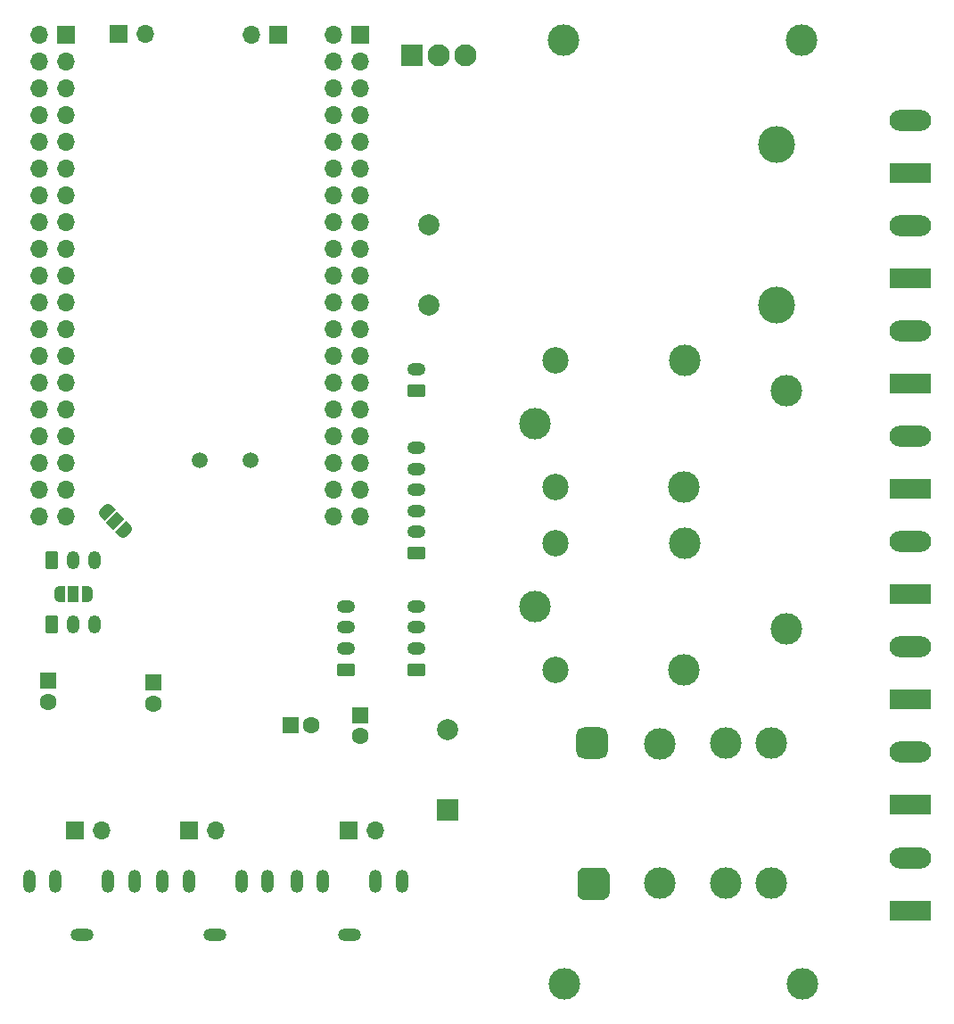
<source format=gbs>
G04 #@! TF.GenerationSoftware,KiCad,Pcbnew,(6.0.7)*
G04 #@! TF.CreationDate,2022-10-09T19:58:45-04:00*
G04 #@! TF.ProjectId,mh-custom-v2,6d682d63-7573-4746-9f6d-2d76322e6b69,rev?*
G04 #@! TF.SameCoordinates,Original*
G04 #@! TF.FileFunction,Soldermask,Bot*
G04 #@! TF.FilePolarity,Negative*
%FSLAX46Y46*%
G04 Gerber Fmt 4.6, Leading zero omitted, Abs format (unit mm)*
G04 Created by KiCad (PCBNEW (6.0.7)) date 2022-10-09 19:58:45*
%MOMM*%
%LPD*%
G01*
G04 APERTURE LIST*
G04 Aperture macros list*
%AMRoundRect*
0 Rectangle with rounded corners*
0 $1 Rounding radius*
0 $2 $3 $4 $5 $6 $7 $8 $9 X,Y pos of 4 corners*
0 Add a 4 corners polygon primitive as box body*
4,1,4,$2,$3,$4,$5,$6,$7,$8,$9,$2,$3,0*
0 Add four circle primitives for the rounded corners*
1,1,$1+$1,$2,$3*
1,1,$1+$1,$4,$5*
1,1,$1+$1,$6,$7*
1,1,$1+$1,$8,$9*
0 Add four rect primitives between the rounded corners*
20,1,$1+$1,$2,$3,$4,$5,0*
20,1,$1+$1,$4,$5,$6,$7,0*
20,1,$1+$1,$6,$7,$8,$9,0*
20,1,$1+$1,$8,$9,$2,$3,0*%
%AMRotRect*
0 Rectangle, with rotation*
0 The origin of the aperture is its center*
0 $1 length*
0 $2 width*
0 $3 Rotation angle, in degrees counterclockwise*
0 Add horizontal line*
21,1,$1,$2,0,0,$3*%
%AMFreePoly0*
4,1,22,0.550000,-0.750000,0.000000,-0.750000,0.000000,-0.745033,-0.079941,-0.743568,-0.215256,-0.701293,-0.333266,-0.622738,-0.424486,-0.514219,-0.481581,-0.384460,-0.499164,-0.250000,-0.500000,-0.250000,-0.500000,0.250000,-0.499164,0.250000,-0.499963,0.256109,-0.478152,0.396186,-0.417904,0.524511,-0.324060,0.630769,-0.204165,0.706417,-0.067858,0.745374,0.000000,0.744959,0.000000,0.750000,
0.550000,0.750000,0.550000,-0.750000,0.550000,-0.750000,$1*%
%AMFreePoly1*
4,1,20,0.000000,0.744959,0.073905,0.744508,0.209726,0.703889,0.328688,0.626782,0.421226,0.519385,0.479903,0.390333,0.500000,0.250000,0.500000,-0.250000,0.499851,-0.262216,0.476331,-0.402017,0.414519,-0.529596,0.319384,-0.634700,0.198574,-0.708877,0.061801,-0.746166,0.000000,-0.745033,0.000000,-0.750000,-0.550000,-0.750000,-0.550000,0.750000,0.000000,0.750000,0.000000,0.744959,
0.000000,0.744959,$1*%
G04 Aperture macros list end*
%ADD10C,0.120000*%
%ADD11R,1.700000X1.700000*%
%ADD12O,1.700000X1.700000*%
%ADD13C,3.000000*%
%ADD14R,3.960000X1.980000*%
%ADD15O,3.960000X1.980000*%
%ADD16O,1.200000X2.200000*%
%ADD17O,2.200000X1.200000*%
%ADD18RoundRect,0.250000X0.625000X-0.350000X0.625000X0.350000X-0.625000X0.350000X-0.625000X-0.350000X0*%
%ADD19O,1.750000X1.200000*%
%ADD20C,2.500000*%
%ADD21R,1.600000X1.600000*%
%ADD22C,1.600000*%
%ADD23RoundRect,0.750000X-0.750000X0.750000X-0.750000X-0.750000X0.750000X-0.750000X0.750000X0.750000X0*%
%ADD24C,1.500000*%
%ADD25C,3.500000*%
%ADD26C,2.000000*%
%ADD27RoundRect,0.250000X-0.350000X-0.625000X0.350000X-0.625000X0.350000X0.625000X-0.350000X0.625000X0*%
%ADD28O,1.200000X1.750000*%
%ADD29R,2.000000X2.000000*%
%ADD30R,2.100000X2.100000*%
%ADD31C,2.100000*%
%ADD32FreePoly0,0.000000*%
%ADD33R,1.000000X1.500000*%
%ADD34FreePoly1,0.000000*%
%ADD35FreePoly0,315.000000*%
%ADD36RotRect,1.000000X1.500000X315.000000*%
%ADD37FreePoly1,315.000000*%
G04 APERTURE END LIST*
G36*
X89050000Y-104230000D02*
G01*
X89200000Y-104305000D01*
X89400000Y-104505000D01*
X89450000Y-104605000D01*
X89500000Y-104730000D01*
X89525000Y-104880000D01*
X89525000Y-106505000D01*
X89500000Y-106630000D01*
X89450000Y-106755000D01*
X89375000Y-106880000D01*
X89225000Y-107030000D01*
X89150000Y-107080000D01*
X88975000Y-107155000D01*
X88775000Y-107180000D01*
X87150000Y-107180000D01*
X86975000Y-107130000D01*
X86750000Y-106980000D01*
X86625000Y-106805000D01*
X86550000Y-106605000D01*
X86550000Y-104705000D01*
X86600000Y-104580000D01*
X86725000Y-104405000D01*
X86875000Y-104280000D01*
X87050000Y-104205000D01*
X87300000Y-104180000D01*
X88850000Y-104180000D01*
X89050000Y-104230000D01*
G37*
D10*
X89050000Y-104230000D02*
X89200000Y-104305000D01*
X89400000Y-104505000D01*
X89450000Y-104605000D01*
X89500000Y-104730000D01*
X89525000Y-104880000D01*
X89525000Y-106505000D01*
X89500000Y-106630000D01*
X89450000Y-106755000D01*
X89375000Y-106880000D01*
X89225000Y-107030000D01*
X89150000Y-107080000D01*
X88975000Y-107155000D01*
X88775000Y-107180000D01*
X87150000Y-107180000D01*
X86975000Y-107130000D01*
X86750000Y-106980000D01*
X86625000Y-106805000D01*
X86550000Y-106605000D01*
X86550000Y-104705000D01*
X86600000Y-104580000D01*
X86725000Y-104405000D01*
X86875000Y-104280000D01*
X87050000Y-104205000D01*
X87300000Y-104180000D01*
X88850000Y-104180000D01*
X89050000Y-104230000D01*
D11*
X58100000Y-25125000D03*
D12*
X55560000Y-25125000D03*
D13*
X107955000Y-115210000D03*
X85355000Y-115210000D03*
D14*
X118175000Y-48235000D03*
D15*
X118175000Y-43235000D03*
D14*
X118175000Y-88235000D03*
D15*
X118175000Y-83235000D03*
D16*
X34480000Y-105517000D03*
X36980000Y-105517000D03*
D17*
X39480000Y-110517000D03*
D16*
X44480000Y-105517000D03*
X41980000Y-105517000D03*
D11*
X38000000Y-25125000D03*
D12*
X35460000Y-25125000D03*
X38000000Y-27665000D03*
X35460000Y-27665000D03*
X38000000Y-30205000D03*
X35460000Y-30205000D03*
X38000000Y-32745000D03*
X35460000Y-32745000D03*
X38000000Y-35285000D03*
X35460000Y-35285000D03*
X38000000Y-37825000D03*
X35460000Y-37825000D03*
X38000000Y-40365000D03*
X35460000Y-40365000D03*
X38000000Y-42905000D03*
X35460000Y-42905000D03*
X38000000Y-45445000D03*
X35460000Y-45445000D03*
X38000000Y-47985000D03*
X35460000Y-47985000D03*
X38000000Y-50525000D03*
X35460000Y-50525000D03*
X38000000Y-53065000D03*
X35460000Y-53065000D03*
X38000000Y-55605000D03*
X35460000Y-55605000D03*
X38000000Y-58145000D03*
X35460000Y-58145000D03*
X38000000Y-60685000D03*
X35460000Y-60685000D03*
X38000000Y-63225000D03*
X35460000Y-63225000D03*
X38000000Y-65765000D03*
X35460000Y-65765000D03*
X38000000Y-68305000D03*
X35460000Y-68305000D03*
X38000000Y-70845000D03*
X35460000Y-70845000D03*
D14*
X118175000Y-58235000D03*
D15*
X118175000Y-53235000D03*
D18*
X71255000Y-58920000D03*
D19*
X71255000Y-56920000D03*
D14*
X118175000Y-98235000D03*
D15*
X118175000Y-93235000D03*
D13*
X82515000Y-62020000D03*
D20*
X84465000Y-68070000D03*
D13*
X96665000Y-68070000D03*
X96715000Y-56020000D03*
D20*
X84465000Y-56070000D03*
D11*
X43025000Y-25075000D03*
D12*
X45565000Y-25075000D03*
D21*
X36315000Y-86470000D03*
D22*
X36315000Y-88470000D03*
D14*
X118175000Y-108235000D03*
D15*
X118175000Y-103235000D03*
D13*
X104975000Y-92380000D03*
X104925000Y-105680000D03*
X100675000Y-92380000D03*
X100675000Y-105680000D03*
X94375000Y-92430000D03*
X94375000Y-105680000D03*
D23*
X87975000Y-92380000D03*
D11*
X38835000Y-100611250D03*
D12*
X41375000Y-100611250D03*
D14*
X118175000Y-68235000D03*
D15*
X118175000Y-63235000D03*
D24*
X55535000Y-65500000D03*
X50655000Y-65500000D03*
D13*
X107865000Y-25650000D03*
X85265000Y-25650000D03*
D21*
X46275000Y-86590000D03*
D22*
X46275000Y-88590000D03*
D11*
X49660000Y-100620000D03*
D12*
X52200000Y-100620000D03*
D11*
X64860000Y-100660000D03*
D12*
X67400000Y-100660000D03*
D21*
X59285000Y-90630000D03*
D22*
X61285000Y-90630000D03*
D18*
X71255000Y-74320000D03*
D19*
X71255000Y-72320000D03*
X71255000Y-70320000D03*
X71255000Y-68320000D03*
X71255000Y-66320000D03*
X71255000Y-64320000D03*
D25*
X105505000Y-35540000D03*
X105505000Y-50780000D03*
D26*
X72485000Y-50780000D03*
X72485000Y-43160000D03*
D13*
X82515000Y-79360000D03*
D20*
X84465000Y-85410000D03*
D13*
X96665000Y-85410000D03*
X96715000Y-73360000D03*
D20*
X84465000Y-73410000D03*
D16*
X47139500Y-105517000D03*
X49639500Y-105517000D03*
D17*
X52139500Y-110517000D03*
D16*
X57139500Y-105517000D03*
X54639500Y-105517000D03*
D18*
X71225000Y-85390000D03*
D19*
X71225000Y-83390000D03*
X71225000Y-81390000D03*
X71225000Y-79390000D03*
D16*
X59880000Y-105517000D03*
X62380000Y-105517000D03*
D17*
X64880000Y-110517000D03*
D16*
X69880000Y-105517000D03*
X67380000Y-105517000D03*
D14*
X118175000Y-38235000D03*
D15*
X118175000Y-33235000D03*
D27*
X36655000Y-81070000D03*
D28*
X38655000Y-81070000D03*
X40655000Y-81070000D03*
D29*
X74215000Y-98710000D03*
D26*
X74215000Y-91110000D03*
D21*
X65955000Y-89690000D03*
D22*
X65955000Y-91690000D03*
D27*
X36655000Y-75030000D03*
D28*
X38655000Y-75030000D03*
X40655000Y-75030000D03*
D11*
X65940000Y-25125000D03*
D12*
X63400000Y-25125000D03*
X65940000Y-27665000D03*
X63400000Y-27665000D03*
X65940000Y-30205000D03*
X63400000Y-30205000D03*
X65940000Y-32745000D03*
X63400000Y-32745000D03*
X65940000Y-35285000D03*
X63400000Y-35285000D03*
X65940000Y-37825000D03*
X63400000Y-37825000D03*
X65940000Y-40365000D03*
X63400000Y-40365000D03*
X65940000Y-42905000D03*
X63400000Y-42905000D03*
X65940000Y-45445000D03*
X63400000Y-45445000D03*
X65940000Y-47985000D03*
X63400000Y-47985000D03*
X65940000Y-50525000D03*
X63400000Y-50525000D03*
X65940000Y-53065000D03*
X63400000Y-53065000D03*
X65940000Y-55605000D03*
X63400000Y-55605000D03*
X65940000Y-58145000D03*
X63400000Y-58145000D03*
X65940000Y-60685000D03*
X63400000Y-60685000D03*
X65940000Y-63225000D03*
X63400000Y-63225000D03*
X65940000Y-65765000D03*
X63400000Y-65765000D03*
X65940000Y-68305000D03*
X63400000Y-68305000D03*
X65940000Y-70845000D03*
X63400000Y-70845000D03*
D30*
X70865000Y-27050000D03*
D31*
X73405000Y-27050000D03*
X75945000Y-27050000D03*
D13*
X106409000Y-58887000D03*
X106409000Y-81487000D03*
D18*
X64605000Y-85390000D03*
D19*
X64605000Y-83390000D03*
X64605000Y-81390000D03*
X64605000Y-79390000D03*
D14*
X118175000Y-78235000D03*
D15*
X118175000Y-73235000D03*
D32*
X37395000Y-78240000D03*
D33*
X38695000Y-78240000D03*
D34*
X39995000Y-78240000D03*
D35*
X41761161Y-70330661D03*
D36*
X42680400Y-71249900D03*
D37*
X43599639Y-72169139D03*
M02*

</source>
